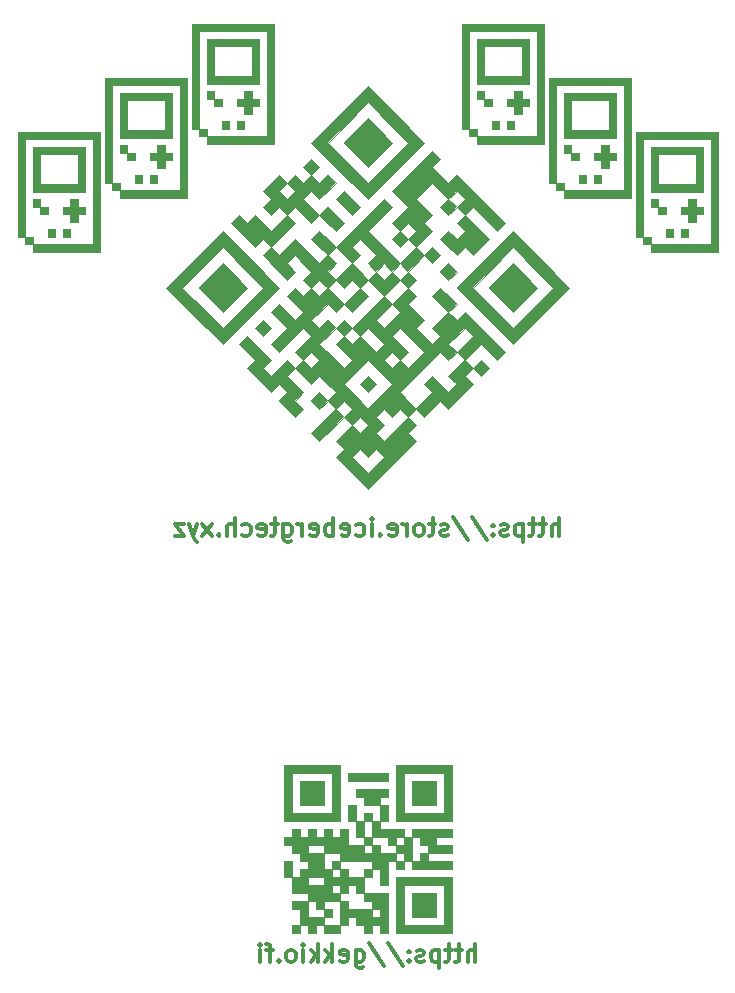
<source format=gbo>
G04 #@! TF.GenerationSoftware,KiCad,Pcbnew,(5.1.12)-1*
G04 #@! TF.CreationDate,2023-01-12T22:36:03-08:00*
G04 #@! TF.ProjectId,GB-BRK-CART,47422d42-524b-42d4-9341-52542e6b6963,v1.0*
G04 #@! TF.SameCoordinates,Original*
G04 #@! TF.FileFunction,Legend,Bot*
G04 #@! TF.FilePolarity,Positive*
%FSLAX46Y46*%
G04 Gerber Fmt 4.6, Leading zero omitted, Abs format (unit mm)*
G04 Created by KiCad (PCBNEW (5.1.12)-1) date 2023-01-12 22:36:03*
%MOMM*%
%LPD*%
G01*
G04 APERTURE LIST*
%ADD10C,0.300000*%
%ADD11C,0.010000*%
%ADD12C,2.000000*%
%ADD13C,2.300000*%
%ADD14C,7.200000*%
G04 APERTURE END LIST*
D10*
X116544285Y-43350571D02*
X116544285Y-41850571D01*
X115901428Y-43350571D02*
X115901428Y-42564857D01*
X115972857Y-42422000D01*
X116115714Y-42350571D01*
X116330000Y-42350571D01*
X116472857Y-42422000D01*
X116544285Y-42493428D01*
X115401428Y-42350571D02*
X114830000Y-42350571D01*
X115187142Y-41850571D02*
X115187142Y-43136285D01*
X115115714Y-43279142D01*
X114972857Y-43350571D01*
X114830000Y-43350571D01*
X114544285Y-42350571D02*
X113972857Y-42350571D01*
X114330000Y-41850571D02*
X114330000Y-43136285D01*
X114258571Y-43279142D01*
X114115714Y-43350571D01*
X113972857Y-43350571D01*
X113472857Y-42350571D02*
X113472857Y-43850571D01*
X113472857Y-42422000D02*
X113330000Y-42350571D01*
X113044285Y-42350571D01*
X112901428Y-42422000D01*
X112830000Y-42493428D01*
X112758571Y-42636285D01*
X112758571Y-43064857D01*
X112830000Y-43207714D01*
X112901428Y-43279142D01*
X113044285Y-43350571D01*
X113330000Y-43350571D01*
X113472857Y-43279142D01*
X112187142Y-43279142D02*
X112044285Y-43350571D01*
X111758571Y-43350571D01*
X111615714Y-43279142D01*
X111544285Y-43136285D01*
X111544285Y-43064857D01*
X111615714Y-42922000D01*
X111758571Y-42850571D01*
X111972857Y-42850571D01*
X112115714Y-42779142D01*
X112187142Y-42636285D01*
X112187142Y-42564857D01*
X112115714Y-42422000D01*
X111972857Y-42350571D01*
X111758571Y-42350571D01*
X111615714Y-42422000D01*
X110901428Y-43207714D02*
X110830000Y-43279142D01*
X110901428Y-43350571D01*
X110972857Y-43279142D01*
X110901428Y-43207714D01*
X110901428Y-43350571D01*
X110901428Y-42422000D02*
X110830000Y-42493428D01*
X110901428Y-42564857D01*
X110972857Y-42493428D01*
X110901428Y-42422000D01*
X110901428Y-42564857D01*
X109115714Y-41779142D02*
X110401428Y-43707714D01*
X107544285Y-41779142D02*
X108830000Y-43707714D01*
X107115714Y-43279142D02*
X106972857Y-43350571D01*
X106687142Y-43350571D01*
X106544285Y-43279142D01*
X106472857Y-43136285D01*
X106472857Y-43064857D01*
X106544285Y-42922000D01*
X106687142Y-42850571D01*
X106901428Y-42850571D01*
X107044285Y-42779142D01*
X107115714Y-42636285D01*
X107115714Y-42564857D01*
X107044285Y-42422000D01*
X106901428Y-42350571D01*
X106687142Y-42350571D01*
X106544285Y-42422000D01*
X106044285Y-42350571D02*
X105472857Y-42350571D01*
X105830000Y-41850571D02*
X105830000Y-43136285D01*
X105758571Y-43279142D01*
X105615714Y-43350571D01*
X105472857Y-43350571D01*
X104758571Y-43350571D02*
X104901428Y-43279142D01*
X104972857Y-43207714D01*
X105044285Y-43064857D01*
X105044285Y-42636285D01*
X104972857Y-42493428D01*
X104901428Y-42422000D01*
X104758571Y-42350571D01*
X104544285Y-42350571D01*
X104401428Y-42422000D01*
X104330000Y-42493428D01*
X104258571Y-42636285D01*
X104258571Y-43064857D01*
X104330000Y-43207714D01*
X104401428Y-43279142D01*
X104544285Y-43350571D01*
X104758571Y-43350571D01*
X103615714Y-43350571D02*
X103615714Y-42350571D01*
X103615714Y-42636285D02*
X103544285Y-42493428D01*
X103472857Y-42422000D01*
X103330000Y-42350571D01*
X103187142Y-42350571D01*
X102115714Y-43279142D02*
X102258571Y-43350571D01*
X102544285Y-43350571D01*
X102687142Y-43279142D01*
X102758571Y-43136285D01*
X102758571Y-42564857D01*
X102687142Y-42422000D01*
X102544285Y-42350571D01*
X102258571Y-42350571D01*
X102115714Y-42422000D01*
X102044285Y-42564857D01*
X102044285Y-42707714D01*
X102758571Y-42850571D01*
X101401428Y-43207714D02*
X101330000Y-43279142D01*
X101401428Y-43350571D01*
X101472857Y-43279142D01*
X101401428Y-43207714D01*
X101401428Y-43350571D01*
X100687142Y-43350571D02*
X100687142Y-42350571D01*
X100687142Y-41850571D02*
X100758571Y-41922000D01*
X100687142Y-41993428D01*
X100615714Y-41922000D01*
X100687142Y-41850571D01*
X100687142Y-41993428D01*
X99330000Y-43279142D02*
X99472857Y-43350571D01*
X99758571Y-43350571D01*
X99901428Y-43279142D01*
X99972857Y-43207714D01*
X100044285Y-43064857D01*
X100044285Y-42636285D01*
X99972857Y-42493428D01*
X99901428Y-42422000D01*
X99758571Y-42350571D01*
X99472857Y-42350571D01*
X99330000Y-42422000D01*
X98115714Y-43279142D02*
X98258571Y-43350571D01*
X98544285Y-43350571D01*
X98687142Y-43279142D01*
X98758571Y-43136285D01*
X98758571Y-42564857D01*
X98687142Y-42422000D01*
X98544285Y-42350571D01*
X98258571Y-42350571D01*
X98115714Y-42422000D01*
X98044285Y-42564857D01*
X98044285Y-42707714D01*
X98758571Y-42850571D01*
X97401428Y-43350571D02*
X97401428Y-41850571D01*
X97401428Y-42422000D02*
X97258571Y-42350571D01*
X96972857Y-42350571D01*
X96830000Y-42422000D01*
X96758571Y-42493428D01*
X96687142Y-42636285D01*
X96687142Y-43064857D01*
X96758571Y-43207714D01*
X96830000Y-43279142D01*
X96972857Y-43350571D01*
X97258571Y-43350571D01*
X97401428Y-43279142D01*
X95472857Y-43279142D02*
X95615714Y-43350571D01*
X95901428Y-43350571D01*
X96044285Y-43279142D01*
X96115714Y-43136285D01*
X96115714Y-42564857D01*
X96044285Y-42422000D01*
X95901428Y-42350571D01*
X95615714Y-42350571D01*
X95472857Y-42422000D01*
X95401428Y-42564857D01*
X95401428Y-42707714D01*
X96115714Y-42850571D01*
X94758571Y-43350571D02*
X94758571Y-42350571D01*
X94758571Y-42636285D02*
X94687142Y-42493428D01*
X94615714Y-42422000D01*
X94472857Y-42350571D01*
X94330000Y-42350571D01*
X93187142Y-42350571D02*
X93187142Y-43564857D01*
X93258571Y-43707714D01*
X93330000Y-43779142D01*
X93472857Y-43850571D01*
X93687142Y-43850571D01*
X93830000Y-43779142D01*
X93187142Y-43279142D02*
X93330000Y-43350571D01*
X93615714Y-43350571D01*
X93758571Y-43279142D01*
X93830000Y-43207714D01*
X93901428Y-43064857D01*
X93901428Y-42636285D01*
X93830000Y-42493428D01*
X93758571Y-42422000D01*
X93615714Y-42350571D01*
X93330000Y-42350571D01*
X93187142Y-42422000D01*
X92687142Y-42350571D02*
X92115714Y-42350571D01*
X92472857Y-41850571D02*
X92472857Y-43136285D01*
X92401428Y-43279142D01*
X92258571Y-43350571D01*
X92115714Y-43350571D01*
X91044285Y-43279142D02*
X91187142Y-43350571D01*
X91472857Y-43350571D01*
X91615714Y-43279142D01*
X91687142Y-43136285D01*
X91687142Y-42564857D01*
X91615714Y-42422000D01*
X91472857Y-42350571D01*
X91187142Y-42350571D01*
X91044285Y-42422000D01*
X90972857Y-42564857D01*
X90972857Y-42707714D01*
X91687142Y-42850571D01*
X89687142Y-43279142D02*
X89830000Y-43350571D01*
X90115714Y-43350571D01*
X90258571Y-43279142D01*
X90330000Y-43207714D01*
X90401428Y-43064857D01*
X90401428Y-42636285D01*
X90330000Y-42493428D01*
X90258571Y-42422000D01*
X90115714Y-42350571D01*
X89830000Y-42350571D01*
X89687142Y-42422000D01*
X89044285Y-43350571D02*
X89044285Y-41850571D01*
X88401428Y-43350571D02*
X88401428Y-42564857D01*
X88472857Y-42422000D01*
X88615714Y-42350571D01*
X88830000Y-42350571D01*
X88972857Y-42422000D01*
X89044285Y-42493428D01*
X87687142Y-43207714D02*
X87615714Y-43279142D01*
X87687142Y-43350571D01*
X87758571Y-43279142D01*
X87687142Y-43207714D01*
X87687142Y-43350571D01*
X87115714Y-43350571D02*
X86330000Y-42350571D01*
X87115714Y-42350571D02*
X86330000Y-43350571D01*
X85901428Y-42350571D02*
X85544285Y-43350571D01*
X85187142Y-42350571D02*
X85544285Y-43350571D01*
X85687142Y-43707714D01*
X85758571Y-43779142D01*
X85901428Y-43850571D01*
X84758571Y-42350571D02*
X83972857Y-42350571D01*
X84758571Y-43350571D01*
X83972857Y-43350571D01*
X109437142Y-79418571D02*
X109437142Y-77918571D01*
X108794285Y-79418571D02*
X108794285Y-78632857D01*
X108865714Y-78490000D01*
X109008571Y-78418571D01*
X109222857Y-78418571D01*
X109365714Y-78490000D01*
X109437142Y-78561428D01*
X108294285Y-78418571D02*
X107722857Y-78418571D01*
X108080000Y-77918571D02*
X108080000Y-79204285D01*
X108008571Y-79347142D01*
X107865714Y-79418571D01*
X107722857Y-79418571D01*
X107437142Y-78418571D02*
X106865714Y-78418571D01*
X107222857Y-77918571D02*
X107222857Y-79204285D01*
X107151428Y-79347142D01*
X107008571Y-79418571D01*
X106865714Y-79418571D01*
X106365714Y-78418571D02*
X106365714Y-79918571D01*
X106365714Y-78490000D02*
X106222857Y-78418571D01*
X105937142Y-78418571D01*
X105794285Y-78490000D01*
X105722857Y-78561428D01*
X105651428Y-78704285D01*
X105651428Y-79132857D01*
X105722857Y-79275714D01*
X105794285Y-79347142D01*
X105937142Y-79418571D01*
X106222857Y-79418571D01*
X106365714Y-79347142D01*
X105080000Y-79347142D02*
X104937142Y-79418571D01*
X104651428Y-79418571D01*
X104508571Y-79347142D01*
X104437142Y-79204285D01*
X104437142Y-79132857D01*
X104508571Y-78990000D01*
X104651428Y-78918571D01*
X104865714Y-78918571D01*
X105008571Y-78847142D01*
X105080000Y-78704285D01*
X105080000Y-78632857D01*
X105008571Y-78490000D01*
X104865714Y-78418571D01*
X104651428Y-78418571D01*
X104508571Y-78490000D01*
X103794285Y-79275714D02*
X103722857Y-79347142D01*
X103794285Y-79418571D01*
X103865714Y-79347142D01*
X103794285Y-79275714D01*
X103794285Y-79418571D01*
X103794285Y-78490000D02*
X103722857Y-78561428D01*
X103794285Y-78632857D01*
X103865714Y-78561428D01*
X103794285Y-78490000D01*
X103794285Y-78632857D01*
X102008571Y-77847142D02*
X103294285Y-79775714D01*
X100437142Y-77847142D02*
X101722857Y-79775714D01*
X99294285Y-78418571D02*
X99294285Y-79632857D01*
X99365714Y-79775714D01*
X99437142Y-79847142D01*
X99580000Y-79918571D01*
X99794285Y-79918571D01*
X99937142Y-79847142D01*
X99294285Y-79347142D02*
X99437142Y-79418571D01*
X99722857Y-79418571D01*
X99865714Y-79347142D01*
X99937142Y-79275714D01*
X100008571Y-79132857D01*
X100008571Y-78704285D01*
X99937142Y-78561428D01*
X99865714Y-78490000D01*
X99722857Y-78418571D01*
X99437142Y-78418571D01*
X99294285Y-78490000D01*
X98008571Y-79347142D02*
X98151428Y-79418571D01*
X98437142Y-79418571D01*
X98580000Y-79347142D01*
X98651428Y-79204285D01*
X98651428Y-78632857D01*
X98580000Y-78490000D01*
X98437142Y-78418571D01*
X98151428Y-78418571D01*
X98008571Y-78490000D01*
X97937142Y-78632857D01*
X97937142Y-78775714D01*
X98651428Y-78918571D01*
X97294285Y-79418571D02*
X97294285Y-77918571D01*
X97151428Y-78847142D02*
X96722857Y-79418571D01*
X96722857Y-78418571D02*
X97294285Y-78990000D01*
X96080000Y-79418571D02*
X96080000Y-77918571D01*
X95937142Y-78847142D02*
X95508571Y-79418571D01*
X95508571Y-78418571D02*
X96080000Y-78990000D01*
X94865714Y-79418571D02*
X94865714Y-78418571D01*
X94865714Y-77918571D02*
X94937142Y-77990000D01*
X94865714Y-78061428D01*
X94794285Y-77990000D01*
X94865714Y-77918571D01*
X94865714Y-78061428D01*
X93937142Y-79418571D02*
X94080000Y-79347142D01*
X94151428Y-79275714D01*
X94222857Y-79132857D01*
X94222857Y-78704285D01*
X94151428Y-78561428D01*
X94080000Y-78490000D01*
X93937142Y-78418571D01*
X93722857Y-78418571D01*
X93580000Y-78490000D01*
X93508571Y-78561428D01*
X93437142Y-78704285D01*
X93437142Y-79132857D01*
X93508571Y-79275714D01*
X93580000Y-79347142D01*
X93722857Y-79418571D01*
X93937142Y-79418571D01*
X92794285Y-79275714D02*
X92722857Y-79347142D01*
X92794285Y-79418571D01*
X92865714Y-79347142D01*
X92794285Y-79275714D01*
X92794285Y-79418571D01*
X92294285Y-78418571D02*
X91722857Y-78418571D01*
X92080000Y-79418571D02*
X92080000Y-78132857D01*
X92008571Y-77990000D01*
X91865714Y-77918571D01*
X91722857Y-77918571D01*
X91222857Y-79418571D02*
X91222857Y-78418571D01*
X91222857Y-77918571D02*
X91294285Y-77990000D01*
X91222857Y-78061428D01*
X91151428Y-77990000D01*
X91222857Y-77918571D01*
X91222857Y-78061428D01*
D11*
G36*
X78041500Y-13462000D02*
G01*
X78676500Y-13462000D01*
X78676500Y-14097000D01*
X79311500Y-14097000D01*
X79311500Y-14732000D01*
X85026500Y-14732000D01*
X85026500Y-5207000D01*
X84391500Y-5207000D01*
X84391500Y-14097000D01*
X79311500Y-14097000D01*
X79311500Y-13462000D01*
X78676500Y-13462000D01*
X78676500Y-5207000D01*
X84391500Y-5207000D01*
X85026500Y-5207000D01*
X85026500Y-4572000D01*
X78041500Y-4572000D01*
X78041500Y-13462000D01*
G37*
X78041500Y-13462000D02*
X78676500Y-13462000D01*
X78676500Y-14097000D01*
X79311500Y-14097000D01*
X79311500Y-14732000D01*
X85026500Y-14732000D01*
X85026500Y-5207000D01*
X84391500Y-5207000D01*
X84391500Y-14097000D01*
X79311500Y-14097000D01*
X79311500Y-13462000D01*
X78676500Y-13462000D01*
X78676500Y-5207000D01*
X84391500Y-5207000D01*
X85026500Y-5207000D01*
X85026500Y-4572000D01*
X78041500Y-4572000D01*
X78041500Y-13462000D01*
G36*
X81851500Y-13462000D02*
G01*
X82486500Y-13462000D01*
X82486500Y-12827000D01*
X81851500Y-12827000D01*
X81851500Y-13462000D01*
G37*
X81851500Y-13462000D02*
X82486500Y-13462000D01*
X82486500Y-12827000D01*
X81851500Y-12827000D01*
X81851500Y-13462000D01*
G36*
X80581500Y-13462000D02*
G01*
X81216500Y-13462000D01*
X81216500Y-12827000D01*
X80581500Y-12827000D01*
X80581500Y-13462000D01*
G37*
X80581500Y-13462000D02*
X81216500Y-13462000D01*
X81216500Y-12827000D01*
X80581500Y-12827000D01*
X80581500Y-13462000D01*
G36*
X82486500Y-10922000D02*
G01*
X81851500Y-10922000D01*
X81851500Y-11557000D01*
X82486500Y-11557000D01*
X82486500Y-12192000D01*
X83121500Y-12192000D01*
X83121500Y-11557000D01*
X83756500Y-11557000D01*
X83756500Y-10922000D01*
X83121500Y-10922000D01*
X83121500Y-10287000D01*
X82486500Y-10287000D01*
X82486500Y-10922000D01*
G37*
X82486500Y-10922000D02*
X81851500Y-10922000D01*
X81851500Y-11557000D01*
X82486500Y-11557000D01*
X82486500Y-12192000D01*
X83121500Y-12192000D01*
X83121500Y-11557000D01*
X83756500Y-11557000D01*
X83756500Y-10922000D01*
X83121500Y-10922000D01*
X83121500Y-10287000D01*
X82486500Y-10287000D01*
X82486500Y-10922000D01*
G36*
X79946500Y-11557000D02*
G01*
X80581500Y-11557000D01*
X80581500Y-10922000D01*
X79946500Y-10922000D01*
X79946500Y-11557000D01*
G37*
X79946500Y-11557000D02*
X80581500Y-11557000D01*
X80581500Y-10922000D01*
X79946500Y-10922000D01*
X79946500Y-11557000D01*
G36*
X79311500Y-10922000D02*
G01*
X79946500Y-10922000D01*
X79946500Y-10287000D01*
X79311500Y-10287000D01*
X79311500Y-10922000D01*
G37*
X79311500Y-10922000D02*
X79946500Y-10922000D01*
X79946500Y-10287000D01*
X79311500Y-10287000D01*
X79311500Y-10922000D01*
G36*
X79311500Y-9652000D02*
G01*
X83756500Y-9652000D01*
X83756500Y-6477000D01*
X83121500Y-6477000D01*
X83121500Y-9017000D01*
X79946500Y-9017000D01*
X79946500Y-6477000D01*
X83121500Y-6477000D01*
X83756500Y-6477000D01*
X83756500Y-5842000D01*
X79311500Y-5842000D01*
X79311500Y-9652000D01*
G37*
X79311500Y-9652000D02*
X83756500Y-9652000D01*
X83756500Y-6477000D01*
X83121500Y-6477000D01*
X83121500Y-9017000D01*
X79946500Y-9017000D01*
X79946500Y-6477000D01*
X83121500Y-6477000D01*
X83756500Y-6477000D01*
X83756500Y-5842000D01*
X79311500Y-5842000D01*
X79311500Y-9652000D01*
G36*
X85407500Y-8890000D02*
G01*
X86042500Y-8890000D01*
X86042500Y-9525000D01*
X86677500Y-9525000D01*
X86677500Y-10160000D01*
X92392500Y-10160000D01*
X92392500Y-635000D01*
X91757500Y-635000D01*
X91757500Y-9525000D01*
X86677500Y-9525000D01*
X86677500Y-8890000D01*
X86042500Y-8890000D01*
X86042500Y-635000D01*
X91757500Y-635000D01*
X92392500Y-635000D01*
X92392500Y0D01*
X85407500Y0D01*
X85407500Y-8890000D01*
G37*
X85407500Y-8890000D02*
X86042500Y-8890000D01*
X86042500Y-9525000D01*
X86677500Y-9525000D01*
X86677500Y-10160000D01*
X92392500Y-10160000D01*
X92392500Y-635000D01*
X91757500Y-635000D01*
X91757500Y-9525000D01*
X86677500Y-9525000D01*
X86677500Y-8890000D01*
X86042500Y-8890000D01*
X86042500Y-635000D01*
X91757500Y-635000D01*
X92392500Y-635000D01*
X92392500Y0D01*
X85407500Y0D01*
X85407500Y-8890000D01*
G36*
X89217500Y-8890000D02*
G01*
X89852500Y-8890000D01*
X89852500Y-8255000D01*
X89217500Y-8255000D01*
X89217500Y-8890000D01*
G37*
X89217500Y-8890000D02*
X89852500Y-8890000D01*
X89852500Y-8255000D01*
X89217500Y-8255000D01*
X89217500Y-8890000D01*
G36*
X87947500Y-8890000D02*
G01*
X88582500Y-8890000D01*
X88582500Y-8255000D01*
X87947500Y-8255000D01*
X87947500Y-8890000D01*
G37*
X87947500Y-8890000D02*
X88582500Y-8890000D01*
X88582500Y-8255000D01*
X87947500Y-8255000D01*
X87947500Y-8890000D01*
G36*
X89852500Y-6350000D02*
G01*
X89217500Y-6350000D01*
X89217500Y-6985000D01*
X89852500Y-6985000D01*
X89852500Y-7620000D01*
X90487500Y-7620000D01*
X90487500Y-6985000D01*
X91122500Y-6985000D01*
X91122500Y-6350000D01*
X90487500Y-6350000D01*
X90487500Y-5715000D01*
X89852500Y-5715000D01*
X89852500Y-6350000D01*
G37*
X89852500Y-6350000D02*
X89217500Y-6350000D01*
X89217500Y-6985000D01*
X89852500Y-6985000D01*
X89852500Y-7620000D01*
X90487500Y-7620000D01*
X90487500Y-6985000D01*
X91122500Y-6985000D01*
X91122500Y-6350000D01*
X90487500Y-6350000D01*
X90487500Y-5715000D01*
X89852500Y-5715000D01*
X89852500Y-6350000D01*
G36*
X87312500Y-6985000D02*
G01*
X87947500Y-6985000D01*
X87947500Y-6350000D01*
X87312500Y-6350000D01*
X87312500Y-6985000D01*
G37*
X87312500Y-6985000D02*
X87947500Y-6985000D01*
X87947500Y-6350000D01*
X87312500Y-6350000D01*
X87312500Y-6985000D01*
G36*
X86677500Y-6350000D02*
G01*
X87312500Y-6350000D01*
X87312500Y-5715000D01*
X86677500Y-5715000D01*
X86677500Y-6350000D01*
G37*
X86677500Y-6350000D02*
X87312500Y-6350000D01*
X87312500Y-5715000D01*
X86677500Y-5715000D01*
X86677500Y-6350000D01*
G36*
X86677500Y-5080000D02*
G01*
X91122500Y-5080000D01*
X91122500Y-1905000D01*
X90487500Y-1905000D01*
X90487500Y-4445000D01*
X87312500Y-4445000D01*
X87312500Y-1905000D01*
X90487500Y-1905000D01*
X91122500Y-1905000D01*
X91122500Y-1270000D01*
X86677500Y-1270000D01*
X86677500Y-5080000D01*
G37*
X86677500Y-5080000D02*
X91122500Y-5080000D01*
X91122500Y-1905000D01*
X90487500Y-1905000D01*
X90487500Y-4445000D01*
X87312500Y-4445000D01*
X87312500Y-1905000D01*
X90487500Y-1905000D01*
X91122500Y-1905000D01*
X91122500Y-1270000D01*
X86677500Y-1270000D01*
X86677500Y-5080000D01*
G36*
X70675500Y-18034000D02*
G01*
X71310500Y-18034000D01*
X71310500Y-18669000D01*
X71945500Y-18669000D01*
X71945500Y-19304000D01*
X77660500Y-19304000D01*
X77660500Y-9779000D01*
X77025500Y-9779000D01*
X77025500Y-18669000D01*
X71945500Y-18669000D01*
X71945500Y-18034000D01*
X71310500Y-18034000D01*
X71310500Y-9779000D01*
X77025500Y-9779000D01*
X77660500Y-9779000D01*
X77660500Y-9144000D01*
X70675500Y-9144000D01*
X70675500Y-18034000D01*
G37*
X70675500Y-18034000D02*
X71310500Y-18034000D01*
X71310500Y-18669000D01*
X71945500Y-18669000D01*
X71945500Y-19304000D01*
X77660500Y-19304000D01*
X77660500Y-9779000D01*
X77025500Y-9779000D01*
X77025500Y-18669000D01*
X71945500Y-18669000D01*
X71945500Y-18034000D01*
X71310500Y-18034000D01*
X71310500Y-9779000D01*
X77025500Y-9779000D01*
X77660500Y-9779000D01*
X77660500Y-9144000D01*
X70675500Y-9144000D01*
X70675500Y-18034000D01*
G36*
X74485500Y-18034000D02*
G01*
X75120500Y-18034000D01*
X75120500Y-17399000D01*
X74485500Y-17399000D01*
X74485500Y-18034000D01*
G37*
X74485500Y-18034000D02*
X75120500Y-18034000D01*
X75120500Y-17399000D01*
X74485500Y-17399000D01*
X74485500Y-18034000D01*
G36*
X73215500Y-18034000D02*
G01*
X73850500Y-18034000D01*
X73850500Y-17399000D01*
X73215500Y-17399000D01*
X73215500Y-18034000D01*
G37*
X73215500Y-18034000D02*
X73850500Y-18034000D01*
X73850500Y-17399000D01*
X73215500Y-17399000D01*
X73215500Y-18034000D01*
G36*
X75120500Y-15494000D02*
G01*
X74485500Y-15494000D01*
X74485500Y-16129000D01*
X75120500Y-16129000D01*
X75120500Y-16764000D01*
X75755500Y-16764000D01*
X75755500Y-16129000D01*
X76390500Y-16129000D01*
X76390500Y-15494000D01*
X75755500Y-15494000D01*
X75755500Y-14859000D01*
X75120500Y-14859000D01*
X75120500Y-15494000D01*
G37*
X75120500Y-15494000D02*
X74485500Y-15494000D01*
X74485500Y-16129000D01*
X75120500Y-16129000D01*
X75120500Y-16764000D01*
X75755500Y-16764000D01*
X75755500Y-16129000D01*
X76390500Y-16129000D01*
X76390500Y-15494000D01*
X75755500Y-15494000D01*
X75755500Y-14859000D01*
X75120500Y-14859000D01*
X75120500Y-15494000D01*
G36*
X72580500Y-16129000D02*
G01*
X73215500Y-16129000D01*
X73215500Y-15494000D01*
X72580500Y-15494000D01*
X72580500Y-16129000D01*
G37*
X72580500Y-16129000D02*
X73215500Y-16129000D01*
X73215500Y-15494000D01*
X72580500Y-15494000D01*
X72580500Y-16129000D01*
G36*
X71945500Y-15494000D02*
G01*
X72580500Y-15494000D01*
X72580500Y-14859000D01*
X71945500Y-14859000D01*
X71945500Y-15494000D01*
G37*
X71945500Y-15494000D02*
X72580500Y-15494000D01*
X72580500Y-14859000D01*
X71945500Y-14859000D01*
X71945500Y-15494000D01*
G36*
X71945500Y-14224000D02*
G01*
X76390500Y-14224000D01*
X76390500Y-11049000D01*
X75755500Y-11049000D01*
X75755500Y-13589000D01*
X72580500Y-13589000D01*
X72580500Y-11049000D01*
X75755500Y-11049000D01*
X76390500Y-11049000D01*
X76390500Y-10414000D01*
X71945500Y-10414000D01*
X71945500Y-14224000D01*
G37*
X71945500Y-14224000D02*
X76390500Y-14224000D01*
X76390500Y-11049000D01*
X75755500Y-11049000D01*
X75755500Y-13589000D01*
X72580500Y-13589000D01*
X72580500Y-11049000D01*
X75755500Y-11049000D01*
X76390500Y-11049000D01*
X76390500Y-10414000D01*
X71945500Y-10414000D01*
X71945500Y-14224000D01*
G36*
X122999500Y-18034000D02*
G01*
X123634500Y-18034000D01*
X123634500Y-18669000D01*
X124269500Y-18669000D01*
X124269500Y-19304000D01*
X129984500Y-19304000D01*
X129984500Y-9779000D01*
X129349500Y-9779000D01*
X129349500Y-18669000D01*
X124269500Y-18669000D01*
X124269500Y-18034000D01*
X123634500Y-18034000D01*
X123634500Y-9779000D01*
X129349500Y-9779000D01*
X129984500Y-9779000D01*
X129984500Y-9144000D01*
X122999500Y-9144000D01*
X122999500Y-18034000D01*
G37*
X122999500Y-18034000D02*
X123634500Y-18034000D01*
X123634500Y-18669000D01*
X124269500Y-18669000D01*
X124269500Y-19304000D01*
X129984500Y-19304000D01*
X129984500Y-9779000D01*
X129349500Y-9779000D01*
X129349500Y-18669000D01*
X124269500Y-18669000D01*
X124269500Y-18034000D01*
X123634500Y-18034000D01*
X123634500Y-9779000D01*
X129349500Y-9779000D01*
X129984500Y-9779000D01*
X129984500Y-9144000D01*
X122999500Y-9144000D01*
X122999500Y-18034000D01*
G36*
X126809500Y-18034000D02*
G01*
X127444500Y-18034000D01*
X127444500Y-17399000D01*
X126809500Y-17399000D01*
X126809500Y-18034000D01*
G37*
X126809500Y-18034000D02*
X127444500Y-18034000D01*
X127444500Y-17399000D01*
X126809500Y-17399000D01*
X126809500Y-18034000D01*
G36*
X125539500Y-18034000D02*
G01*
X126174500Y-18034000D01*
X126174500Y-17399000D01*
X125539500Y-17399000D01*
X125539500Y-18034000D01*
G37*
X125539500Y-18034000D02*
X126174500Y-18034000D01*
X126174500Y-17399000D01*
X125539500Y-17399000D01*
X125539500Y-18034000D01*
G36*
X127444500Y-15494000D02*
G01*
X126809500Y-15494000D01*
X126809500Y-16129000D01*
X127444500Y-16129000D01*
X127444500Y-16764000D01*
X128079500Y-16764000D01*
X128079500Y-16129000D01*
X128714500Y-16129000D01*
X128714500Y-15494000D01*
X128079500Y-15494000D01*
X128079500Y-14859000D01*
X127444500Y-14859000D01*
X127444500Y-15494000D01*
G37*
X127444500Y-15494000D02*
X126809500Y-15494000D01*
X126809500Y-16129000D01*
X127444500Y-16129000D01*
X127444500Y-16764000D01*
X128079500Y-16764000D01*
X128079500Y-16129000D01*
X128714500Y-16129000D01*
X128714500Y-15494000D01*
X128079500Y-15494000D01*
X128079500Y-14859000D01*
X127444500Y-14859000D01*
X127444500Y-15494000D01*
G36*
X124904500Y-16129000D02*
G01*
X125539500Y-16129000D01*
X125539500Y-15494000D01*
X124904500Y-15494000D01*
X124904500Y-16129000D01*
G37*
X124904500Y-16129000D02*
X125539500Y-16129000D01*
X125539500Y-15494000D01*
X124904500Y-15494000D01*
X124904500Y-16129000D01*
G36*
X124269500Y-15494000D02*
G01*
X124904500Y-15494000D01*
X124904500Y-14859000D01*
X124269500Y-14859000D01*
X124269500Y-15494000D01*
G37*
X124269500Y-15494000D02*
X124904500Y-15494000D01*
X124904500Y-14859000D01*
X124269500Y-14859000D01*
X124269500Y-15494000D01*
G36*
X124269500Y-14224000D02*
G01*
X128714500Y-14224000D01*
X128714500Y-11049000D01*
X128079500Y-11049000D01*
X128079500Y-13589000D01*
X124904500Y-13589000D01*
X124904500Y-11049000D01*
X128079500Y-11049000D01*
X128714500Y-11049000D01*
X128714500Y-10414000D01*
X124269500Y-10414000D01*
X124269500Y-14224000D01*
G37*
X124269500Y-14224000D02*
X128714500Y-14224000D01*
X128714500Y-11049000D01*
X128079500Y-11049000D01*
X128079500Y-13589000D01*
X124904500Y-13589000D01*
X124904500Y-11049000D01*
X128079500Y-11049000D01*
X128714500Y-11049000D01*
X128714500Y-10414000D01*
X124269500Y-10414000D01*
X124269500Y-14224000D01*
G36*
X115633500Y-13462000D02*
G01*
X116268500Y-13462000D01*
X116268500Y-14097000D01*
X116903500Y-14097000D01*
X116903500Y-14732000D01*
X122618500Y-14732000D01*
X122618500Y-5207000D01*
X121983500Y-5207000D01*
X121983500Y-14097000D01*
X116903500Y-14097000D01*
X116903500Y-13462000D01*
X116268500Y-13462000D01*
X116268500Y-5207000D01*
X121983500Y-5207000D01*
X122618500Y-5207000D01*
X122618500Y-4572000D01*
X115633500Y-4572000D01*
X115633500Y-13462000D01*
G37*
X115633500Y-13462000D02*
X116268500Y-13462000D01*
X116268500Y-14097000D01*
X116903500Y-14097000D01*
X116903500Y-14732000D01*
X122618500Y-14732000D01*
X122618500Y-5207000D01*
X121983500Y-5207000D01*
X121983500Y-14097000D01*
X116903500Y-14097000D01*
X116903500Y-13462000D01*
X116268500Y-13462000D01*
X116268500Y-5207000D01*
X121983500Y-5207000D01*
X122618500Y-5207000D01*
X122618500Y-4572000D01*
X115633500Y-4572000D01*
X115633500Y-13462000D01*
G36*
X119443500Y-13462000D02*
G01*
X120078500Y-13462000D01*
X120078500Y-12827000D01*
X119443500Y-12827000D01*
X119443500Y-13462000D01*
G37*
X119443500Y-13462000D02*
X120078500Y-13462000D01*
X120078500Y-12827000D01*
X119443500Y-12827000D01*
X119443500Y-13462000D01*
G36*
X118173500Y-13462000D02*
G01*
X118808500Y-13462000D01*
X118808500Y-12827000D01*
X118173500Y-12827000D01*
X118173500Y-13462000D01*
G37*
X118173500Y-13462000D02*
X118808500Y-13462000D01*
X118808500Y-12827000D01*
X118173500Y-12827000D01*
X118173500Y-13462000D01*
G36*
X120078500Y-10922000D02*
G01*
X119443500Y-10922000D01*
X119443500Y-11557000D01*
X120078500Y-11557000D01*
X120078500Y-12192000D01*
X120713500Y-12192000D01*
X120713500Y-11557000D01*
X121348500Y-11557000D01*
X121348500Y-10922000D01*
X120713500Y-10922000D01*
X120713500Y-10287000D01*
X120078500Y-10287000D01*
X120078500Y-10922000D01*
G37*
X120078500Y-10922000D02*
X119443500Y-10922000D01*
X119443500Y-11557000D01*
X120078500Y-11557000D01*
X120078500Y-12192000D01*
X120713500Y-12192000D01*
X120713500Y-11557000D01*
X121348500Y-11557000D01*
X121348500Y-10922000D01*
X120713500Y-10922000D01*
X120713500Y-10287000D01*
X120078500Y-10287000D01*
X120078500Y-10922000D01*
G36*
X117538500Y-11557000D02*
G01*
X118173500Y-11557000D01*
X118173500Y-10922000D01*
X117538500Y-10922000D01*
X117538500Y-11557000D01*
G37*
X117538500Y-11557000D02*
X118173500Y-11557000D01*
X118173500Y-10922000D01*
X117538500Y-10922000D01*
X117538500Y-11557000D01*
G36*
X116903500Y-10922000D02*
G01*
X117538500Y-10922000D01*
X117538500Y-10287000D01*
X116903500Y-10287000D01*
X116903500Y-10922000D01*
G37*
X116903500Y-10922000D02*
X117538500Y-10922000D01*
X117538500Y-10287000D01*
X116903500Y-10287000D01*
X116903500Y-10922000D01*
G36*
X116903500Y-9652000D02*
G01*
X121348500Y-9652000D01*
X121348500Y-6477000D01*
X120713500Y-6477000D01*
X120713500Y-9017000D01*
X117538500Y-9017000D01*
X117538500Y-6477000D01*
X120713500Y-6477000D01*
X121348500Y-6477000D01*
X121348500Y-5842000D01*
X116903500Y-5842000D01*
X116903500Y-9652000D01*
G37*
X116903500Y-9652000D02*
X121348500Y-9652000D01*
X121348500Y-6477000D01*
X120713500Y-6477000D01*
X120713500Y-9017000D01*
X117538500Y-9017000D01*
X117538500Y-6477000D01*
X120713500Y-6477000D01*
X121348500Y-6477000D01*
X121348500Y-5842000D01*
X116903500Y-5842000D01*
X116903500Y-9652000D01*
G36*
X108267500Y-8890000D02*
G01*
X108902500Y-8890000D01*
X108902500Y-9525000D01*
X109537500Y-9525000D01*
X109537500Y-10160000D01*
X115252500Y-10160000D01*
X115252500Y-635000D01*
X114617500Y-635000D01*
X114617500Y-9525000D01*
X109537500Y-9525000D01*
X109537500Y-8890000D01*
X108902500Y-8890000D01*
X108902500Y-635000D01*
X114617500Y-635000D01*
X115252500Y-635000D01*
X115252500Y0D01*
X108267500Y0D01*
X108267500Y-8890000D01*
G37*
X108267500Y-8890000D02*
X108902500Y-8890000D01*
X108902500Y-9525000D01*
X109537500Y-9525000D01*
X109537500Y-10160000D01*
X115252500Y-10160000D01*
X115252500Y-635000D01*
X114617500Y-635000D01*
X114617500Y-9525000D01*
X109537500Y-9525000D01*
X109537500Y-8890000D01*
X108902500Y-8890000D01*
X108902500Y-635000D01*
X114617500Y-635000D01*
X115252500Y-635000D01*
X115252500Y0D01*
X108267500Y0D01*
X108267500Y-8890000D01*
G36*
X112077500Y-8890000D02*
G01*
X112712500Y-8890000D01*
X112712500Y-8255000D01*
X112077500Y-8255000D01*
X112077500Y-8890000D01*
G37*
X112077500Y-8890000D02*
X112712500Y-8890000D01*
X112712500Y-8255000D01*
X112077500Y-8255000D01*
X112077500Y-8890000D01*
G36*
X110807500Y-8890000D02*
G01*
X111442500Y-8890000D01*
X111442500Y-8255000D01*
X110807500Y-8255000D01*
X110807500Y-8890000D01*
G37*
X110807500Y-8890000D02*
X111442500Y-8890000D01*
X111442500Y-8255000D01*
X110807500Y-8255000D01*
X110807500Y-8890000D01*
G36*
X112712500Y-6350000D02*
G01*
X112077500Y-6350000D01*
X112077500Y-6985000D01*
X112712500Y-6985000D01*
X112712500Y-7620000D01*
X113347500Y-7620000D01*
X113347500Y-6985000D01*
X113982500Y-6985000D01*
X113982500Y-6350000D01*
X113347500Y-6350000D01*
X113347500Y-5715000D01*
X112712500Y-5715000D01*
X112712500Y-6350000D01*
G37*
X112712500Y-6350000D02*
X112077500Y-6350000D01*
X112077500Y-6985000D01*
X112712500Y-6985000D01*
X112712500Y-7620000D01*
X113347500Y-7620000D01*
X113347500Y-6985000D01*
X113982500Y-6985000D01*
X113982500Y-6350000D01*
X113347500Y-6350000D01*
X113347500Y-5715000D01*
X112712500Y-5715000D01*
X112712500Y-6350000D01*
G36*
X110172500Y-6985000D02*
G01*
X110807500Y-6985000D01*
X110807500Y-6350000D01*
X110172500Y-6350000D01*
X110172500Y-6985000D01*
G37*
X110172500Y-6985000D02*
X110807500Y-6985000D01*
X110807500Y-6350000D01*
X110172500Y-6350000D01*
X110172500Y-6985000D01*
G36*
X109537500Y-6350000D02*
G01*
X110172500Y-6350000D01*
X110172500Y-5715000D01*
X109537500Y-5715000D01*
X109537500Y-6350000D01*
G37*
X109537500Y-6350000D02*
X110172500Y-6350000D01*
X110172500Y-5715000D01*
X109537500Y-5715000D01*
X109537500Y-6350000D01*
G36*
X109537500Y-5080000D02*
G01*
X113982500Y-5080000D01*
X113982500Y-1905000D01*
X113347500Y-1905000D01*
X113347500Y-4445000D01*
X110172500Y-4445000D01*
X110172500Y-1905000D01*
X113347500Y-1905000D01*
X113982500Y-1905000D01*
X113982500Y-1270000D01*
X109537500Y-1270000D01*
X109537500Y-5080000D01*
G37*
X109537500Y-5080000D02*
X113982500Y-5080000D01*
X113982500Y-1905000D01*
X113347500Y-1905000D01*
X113347500Y-4445000D01*
X110172500Y-4445000D01*
X110172500Y-1905000D01*
X113347500Y-1905000D01*
X113982500Y-1905000D01*
X113982500Y-1270000D01*
X109537500Y-1270000D01*
X109537500Y-5080000D01*
G36*
X112614990Y-27129496D02*
G01*
X117392487Y-22352000D01*
X113297490Y-18257003D01*
X112614990Y-18939503D01*
X116027488Y-22352000D01*
X112614990Y-25764497D01*
X109202493Y-22352000D01*
X112614990Y-18939503D01*
X113297490Y-18257003D01*
X112614990Y-17574504D01*
X107837494Y-22352000D01*
X112614990Y-27129496D01*
G37*
X112614990Y-27129496D02*
X117392487Y-22352000D01*
X113297490Y-18257003D01*
X112614990Y-18939503D01*
X116027488Y-22352000D01*
X112614990Y-25764497D01*
X109202493Y-22352000D01*
X112614990Y-18939503D01*
X113297490Y-18257003D01*
X112614990Y-17574504D01*
X107837494Y-22352000D01*
X112614990Y-27129496D01*
G36*
X96235003Y-35319490D02*
G01*
X98282502Y-33271991D01*
X97600002Y-32589492D01*
X95552504Y-34636990D01*
X96235003Y-35319490D01*
G37*
X96235003Y-35319490D02*
X98282502Y-33271991D01*
X97600002Y-32589492D01*
X95552504Y-34636990D01*
X96235003Y-35319490D01*
G36*
X107154995Y-24399498D02*
G01*
X107837494Y-23716999D01*
X106472495Y-22352000D01*
X105789996Y-23034499D01*
X107154995Y-24399498D01*
G37*
X107154995Y-24399498D02*
X107837494Y-23716999D01*
X106472495Y-22352000D01*
X105789996Y-23034499D01*
X107154995Y-24399498D01*
G36*
X96235003Y-32589492D02*
G01*
X96917503Y-31906993D01*
X96235003Y-31224493D01*
X95552504Y-31906993D01*
X96235003Y-32589492D01*
G37*
X96235003Y-32589492D02*
X96917503Y-31906993D01*
X96235003Y-31224493D01*
X95552504Y-31906993D01*
X96235003Y-32589492D01*
G36*
X108519994Y-17574504D02*
G01*
X107837494Y-18257003D01*
X107154995Y-17574504D01*
X106472495Y-18257003D01*
X107837494Y-19622002D01*
X108519994Y-18939503D01*
X109202493Y-19622002D01*
X110567492Y-18257003D01*
X108519994Y-16209505D01*
X107837494Y-16892004D01*
X108519994Y-17574504D01*
G37*
X108519994Y-17574504D02*
X107837494Y-18257003D01*
X107154995Y-17574504D01*
X106472495Y-18257003D01*
X107837494Y-19622002D01*
X108519994Y-18939503D01*
X109202493Y-19622002D01*
X110567492Y-18257003D01*
X108519994Y-16209505D01*
X107837494Y-16892004D01*
X108519994Y-17574504D01*
G36*
X90775007Y-28494495D02*
G01*
X90092508Y-29176995D01*
X92140006Y-31224493D01*
X92822506Y-30541994D01*
X93505005Y-31224493D01*
X92822506Y-31906993D01*
X94187505Y-33271991D01*
X94870004Y-32589492D01*
X94187505Y-31906993D01*
X94870004Y-31224493D01*
X93505005Y-29859494D01*
X94187505Y-29176995D01*
X93505005Y-28494495D01*
X92140006Y-29859494D01*
X91457507Y-29176995D01*
X92140006Y-28494495D01*
X90092508Y-26446997D01*
X89410009Y-27129496D01*
X90775007Y-28494495D01*
G37*
X90775007Y-28494495D02*
X90092508Y-29176995D01*
X92140006Y-31224493D01*
X92822506Y-30541994D01*
X93505005Y-31224493D01*
X92822506Y-31906993D01*
X94187505Y-33271991D01*
X94870004Y-32589492D01*
X94187505Y-31906993D01*
X94870004Y-31224493D01*
X93505005Y-29859494D01*
X94187505Y-29176995D01*
X93505005Y-28494495D01*
X92140006Y-29859494D01*
X91457507Y-29176995D01*
X92140006Y-28494495D01*
X90092508Y-26446997D01*
X89410009Y-27129496D01*
X90775007Y-28494495D01*
G36*
X107154995Y-16209505D02*
G01*
X107837494Y-15527005D01*
X107154995Y-14844506D01*
X106472495Y-15527005D01*
X107154995Y-16209505D01*
G37*
X107154995Y-16209505D02*
X107837494Y-15527005D01*
X107154995Y-14844506D01*
X106472495Y-15527005D01*
X107154995Y-16209505D01*
G36*
X97600002Y-17574504D02*
G01*
X98282502Y-16892004D01*
X96917503Y-15527005D01*
X96235003Y-16209505D01*
X97600002Y-17574504D01*
G37*
X97600002Y-17574504D02*
X98282502Y-16892004D01*
X96917503Y-15527005D01*
X96235003Y-16209505D01*
X97600002Y-17574504D01*
G36*
X92140006Y-14844506D02*
G01*
X91457507Y-15527005D01*
X92140006Y-16209505D01*
X92822506Y-15527005D01*
X93505005Y-16209505D01*
X94187505Y-15527005D01*
X95552504Y-16892004D01*
X96235003Y-16209505D01*
X94870004Y-14844506D01*
X95552504Y-14162006D01*
X96235003Y-14844506D01*
X97600002Y-13479507D01*
X96917503Y-12797007D01*
X96235003Y-13479507D01*
X95552504Y-12797007D01*
X94870004Y-13479507D01*
X94187505Y-12797007D01*
X93505005Y-13479507D01*
X94187505Y-14162006D01*
X93505005Y-14844506D01*
X92822506Y-14162006D01*
X93505005Y-13479507D01*
X92822506Y-12797007D01*
X91457507Y-14162006D01*
X92140006Y-14844506D01*
G37*
X92140006Y-14844506D02*
X91457507Y-15527005D01*
X92140006Y-16209505D01*
X92822506Y-15527005D01*
X93505005Y-16209505D01*
X94187505Y-15527005D01*
X95552504Y-16892004D01*
X96235003Y-16209505D01*
X94870004Y-14844506D01*
X95552504Y-14162006D01*
X96235003Y-14844506D01*
X97600002Y-13479507D01*
X96917503Y-12797007D01*
X96235003Y-13479507D01*
X95552504Y-12797007D01*
X94870004Y-13479507D01*
X94187505Y-12797007D01*
X93505005Y-13479507D01*
X94187505Y-14162006D01*
X93505005Y-14844506D01*
X92822506Y-14162006D01*
X93505005Y-13479507D01*
X92822506Y-12797007D01*
X91457507Y-14162006D01*
X92140006Y-14844506D01*
G36*
X90775007Y-18939503D02*
G01*
X91457507Y-18257003D01*
X92140006Y-18939503D01*
X94187505Y-16892004D01*
X93505005Y-16209505D01*
X92140006Y-17574504D01*
X90775007Y-16209505D01*
X90092508Y-16892004D01*
X89410009Y-16209505D01*
X88727509Y-16892004D01*
X90775007Y-18939503D01*
G37*
X90775007Y-18939503D02*
X91457507Y-18257003D01*
X92140006Y-18939503D01*
X94187505Y-16892004D01*
X93505005Y-16209505D01*
X92140006Y-17574504D01*
X90775007Y-16209505D01*
X90092508Y-16892004D01*
X89410009Y-16209505D01*
X88727509Y-16892004D01*
X90775007Y-18939503D01*
G36*
X95552504Y-12797007D02*
G01*
X96235003Y-12114508D01*
X95552504Y-11432009D01*
X94870004Y-12114508D01*
X95552504Y-12797007D01*
G37*
X95552504Y-12797007D02*
X96235003Y-12114508D01*
X95552504Y-11432009D01*
X94870004Y-12114508D01*
X95552504Y-12797007D01*
G36*
X105789996Y-20304502D02*
G01*
X106472495Y-19622002D01*
X105789996Y-18939503D01*
X105107496Y-19622002D01*
X105789996Y-20304502D01*
G37*
X105789996Y-20304502D02*
X106472495Y-19622002D01*
X105789996Y-18939503D01*
X105107496Y-19622002D01*
X105789996Y-20304502D01*
G36*
X102377498Y-18257003D02*
G01*
X103059998Y-18939503D01*
X103742497Y-18257003D01*
X104424997Y-18939503D01*
X105789996Y-17574504D01*
X105107496Y-16892004D01*
X105789996Y-16209505D01*
X105107496Y-15527005D01*
X103742497Y-16892004D01*
X104424997Y-17574504D01*
X103742497Y-18257003D01*
X103059998Y-17574504D01*
X103742497Y-16892004D01*
X105107496Y-15527005D01*
X104424997Y-14844506D01*
X105789996Y-13479507D01*
X107154995Y-14844506D01*
X107837494Y-14162006D01*
X108519994Y-14844506D01*
X107837494Y-15527005D01*
X108519994Y-16209505D01*
X109202493Y-15527005D01*
X111249991Y-17574504D01*
X111932491Y-16892004D01*
X107837494Y-12797007D01*
X107154995Y-13479507D01*
X105789996Y-12114508D01*
X106472495Y-11432009D01*
X105789996Y-10749509D01*
X102377498Y-14162006D01*
X103742497Y-15527005D01*
X102377498Y-16892004D01*
X103059998Y-17574504D01*
X102377498Y-18257003D01*
G37*
X102377498Y-18257003D02*
X103059998Y-18939503D01*
X103742497Y-18257003D01*
X104424997Y-18939503D01*
X105789996Y-17574504D01*
X105107496Y-16892004D01*
X105789996Y-16209505D01*
X105107496Y-15527005D01*
X103742497Y-16892004D01*
X104424997Y-17574504D01*
X103742497Y-18257003D01*
X103059998Y-17574504D01*
X103742497Y-16892004D01*
X105107496Y-15527005D01*
X104424997Y-14844506D01*
X105789996Y-13479507D01*
X107154995Y-14844506D01*
X107837494Y-14162006D01*
X108519994Y-14844506D01*
X107837494Y-15527005D01*
X108519994Y-16209505D01*
X109202493Y-15527005D01*
X111249991Y-17574504D01*
X111932491Y-16892004D01*
X107837494Y-12797007D01*
X107154995Y-13479507D01*
X105789996Y-12114508D01*
X106472495Y-11432009D01*
X105789996Y-10749509D01*
X102377498Y-14162006D01*
X103742497Y-15527005D01*
X102377498Y-16892004D01*
X103059998Y-17574504D01*
X102377498Y-18257003D01*
G36*
X109884993Y-29859494D02*
G01*
X110567492Y-29176995D01*
X109884993Y-28494495D01*
X109202493Y-29176995D01*
X109884993Y-29859494D01*
G37*
X109884993Y-29859494D02*
X110567492Y-29176995D01*
X109884993Y-28494495D01*
X109202493Y-29176995D01*
X109884993Y-29859494D01*
G36*
X97600002Y-35319490D02*
G01*
X98282502Y-36001989D01*
X97600002Y-36684489D01*
X100330000Y-39414487D01*
X104424997Y-35319490D01*
X103742497Y-34636990D01*
X104424997Y-33954491D01*
X103742497Y-33271991D01*
X104424997Y-32589492D01*
X105107496Y-33271991D01*
X106472495Y-31906993D01*
X107154995Y-32589492D01*
X109202493Y-30541994D01*
X108519994Y-29859494D01*
X109202493Y-29176995D01*
X108519994Y-28494495D01*
X109884993Y-27129496D01*
X111249991Y-28494495D01*
X111932491Y-27811996D01*
X109202493Y-25081998D01*
X108519994Y-25764497D01*
X109202493Y-26446997D01*
X107837494Y-27811996D01*
X108519994Y-28494495D01*
X107154995Y-29859494D01*
X107837494Y-30541994D01*
X107154995Y-31224493D01*
X105789996Y-29859494D01*
X105107496Y-30541994D01*
X105789996Y-31224493D01*
X104424997Y-32589492D01*
X103742497Y-31906993D01*
X103059998Y-32589492D01*
X103742497Y-33271991D01*
X101694999Y-35319490D01*
X101012499Y-36001989D01*
X101694999Y-36684489D01*
X100330000Y-38049488D01*
X98965001Y-36684489D01*
X99647501Y-36001989D01*
X100330000Y-36684489D01*
X101012499Y-36001989D01*
X101694999Y-35319490D01*
X101012499Y-34636990D01*
X101694999Y-33954491D01*
X101012499Y-33271991D01*
X101694999Y-32589492D01*
X102377498Y-33271991D01*
X103059998Y-32589492D01*
X103742497Y-31906993D01*
X103059998Y-31224493D01*
X106472495Y-27811996D01*
X107154995Y-28494495D01*
X107837494Y-27811996D01*
X107154995Y-27129496D01*
X108519994Y-25764497D01*
X109202493Y-25081998D01*
X108519994Y-24399498D01*
X107837494Y-25081998D01*
X107154995Y-24399498D01*
X105789996Y-25764497D01*
X106472495Y-26446997D01*
X105789996Y-27129496D01*
X104424997Y-25764497D01*
X105107496Y-25081998D01*
X104424997Y-24399498D01*
X103059998Y-25764497D01*
X105107496Y-27811996D01*
X103742497Y-29176995D01*
X103059998Y-28494495D01*
X103742497Y-27811996D01*
X103059998Y-27129496D01*
X102377498Y-27811996D01*
X103059998Y-28494495D01*
X102377498Y-29176995D01*
X101694999Y-28494495D01*
X102377498Y-27811996D01*
X103059998Y-27129496D01*
X102377498Y-26446997D01*
X103059998Y-25764497D01*
X104424997Y-24399498D01*
X103742497Y-23716999D01*
X104424997Y-23034499D01*
X103742497Y-22352000D01*
X104424997Y-21669501D01*
X103742497Y-20987001D01*
X105107496Y-19622002D01*
X104424997Y-18939503D01*
X103059998Y-20304502D01*
X103742497Y-20987001D01*
X103059998Y-21669501D01*
X103742497Y-22352000D01*
X102377498Y-23716999D01*
X103059998Y-24399498D01*
X101694999Y-25764497D01*
X101012499Y-25081998D01*
X100330000Y-25764497D01*
X101694999Y-27129496D01*
X101012499Y-27811996D01*
X100330000Y-28494495D01*
X102377498Y-30541994D01*
X100330000Y-32589492D01*
X99647501Y-33271991D01*
X100330000Y-33954491D01*
X99647501Y-34636990D01*
X98965001Y-33954491D01*
X99647501Y-33271991D01*
X100330000Y-32589492D01*
X98282502Y-30541994D01*
X100330000Y-28494495D01*
X101012499Y-27811996D01*
X99647501Y-26446997D01*
X100330000Y-25764497D01*
X101012499Y-25081998D01*
X102377498Y-23716999D01*
X101694999Y-23034499D01*
X98965001Y-25764497D01*
X99647501Y-26446997D01*
X98965001Y-27129496D01*
X98282502Y-26446997D01*
X97600002Y-27129496D01*
X98965001Y-28494495D01*
X98282502Y-29176995D01*
X96235003Y-27129496D01*
X95552504Y-27811996D01*
X96235003Y-28494495D01*
X95552504Y-29176995D01*
X94870004Y-28494495D01*
X95552504Y-27811996D01*
X96235003Y-27129496D01*
X97600002Y-25764497D01*
X96917503Y-25081998D01*
X96235003Y-25764497D01*
X95552504Y-25081998D01*
X96917503Y-23716999D01*
X97600002Y-24399498D01*
X98282502Y-23716999D01*
X96917503Y-22352000D01*
X97600002Y-21669501D01*
X96917503Y-20987001D01*
X96235003Y-21669501D01*
X96917503Y-22352000D01*
X96235003Y-23034499D01*
X95552504Y-22352000D01*
X96235003Y-21669501D01*
X96917503Y-20987001D01*
X97600002Y-20304502D01*
X96917503Y-19622002D01*
X97600002Y-18939503D01*
X98965001Y-20304502D01*
X99647501Y-19622002D01*
X98965001Y-18939503D01*
X99647501Y-18257003D01*
X101012499Y-19622002D01*
X100330000Y-20304502D01*
X101012499Y-20987001D01*
X101694999Y-20304502D01*
X102377498Y-20987001D01*
X103059998Y-20304502D01*
X100330000Y-17574504D01*
X102377498Y-15527005D01*
X101694999Y-14844506D01*
X97600002Y-18939503D01*
X96235003Y-17574504D01*
X95552504Y-18257003D01*
X96917503Y-19622002D01*
X96235003Y-20304502D01*
X94187505Y-18257003D01*
X92822506Y-19622002D01*
X92140006Y-18939503D01*
X91457507Y-19622002D01*
X93505005Y-21669501D01*
X94187505Y-20987001D01*
X93505005Y-20304502D01*
X94187505Y-19622002D01*
X95552504Y-20987001D01*
X94870004Y-21669501D01*
X95552504Y-22352000D01*
X94870004Y-23034499D01*
X94187505Y-22352000D01*
X93505005Y-23034499D01*
X94870004Y-24399498D01*
X94187505Y-25081998D01*
X92822506Y-23716999D01*
X92140006Y-24399498D01*
X93505005Y-25764497D01*
X92140006Y-27129496D01*
X92822506Y-27811996D01*
X94870004Y-25764497D01*
X95552504Y-26446997D01*
X94187505Y-27811996D01*
X94870004Y-28494495D01*
X94187505Y-29176995D01*
X95552504Y-30541994D01*
X96235003Y-29859494D01*
X97600002Y-31224493D01*
X96917503Y-31906993D01*
X97600002Y-32589492D01*
X98282502Y-31906993D01*
X98965001Y-32589492D01*
X98282502Y-33271991D01*
X98965001Y-33954491D01*
X97600002Y-35319490D01*
G37*
X97600002Y-35319490D02*
X98282502Y-36001989D01*
X97600002Y-36684489D01*
X100330000Y-39414487D01*
X104424997Y-35319490D01*
X103742497Y-34636990D01*
X104424997Y-33954491D01*
X103742497Y-33271991D01*
X104424997Y-32589492D01*
X105107496Y-33271991D01*
X106472495Y-31906993D01*
X107154995Y-32589492D01*
X109202493Y-30541994D01*
X108519994Y-29859494D01*
X109202493Y-29176995D01*
X108519994Y-28494495D01*
X109884993Y-27129496D01*
X111249991Y-28494495D01*
X111932491Y-27811996D01*
X109202493Y-25081998D01*
X108519994Y-25764497D01*
X109202493Y-26446997D01*
X107837494Y-27811996D01*
X108519994Y-28494495D01*
X107154995Y-29859494D01*
X107837494Y-30541994D01*
X107154995Y-31224493D01*
X105789996Y-29859494D01*
X105107496Y-30541994D01*
X105789996Y-31224493D01*
X104424997Y-32589492D01*
X103742497Y-31906993D01*
X103059998Y-32589492D01*
X103742497Y-33271991D01*
X101694999Y-35319490D01*
X101012499Y-36001989D01*
X101694999Y-36684489D01*
X100330000Y-38049488D01*
X98965001Y-36684489D01*
X99647501Y-36001989D01*
X100330000Y-36684489D01*
X101012499Y-36001989D01*
X101694999Y-35319490D01*
X101012499Y-34636990D01*
X101694999Y-33954491D01*
X101012499Y-33271991D01*
X101694999Y-32589492D01*
X102377498Y-33271991D01*
X103059998Y-32589492D01*
X103742497Y-31906993D01*
X103059998Y-31224493D01*
X106472495Y-27811996D01*
X107154995Y-28494495D01*
X107837494Y-27811996D01*
X107154995Y-27129496D01*
X108519994Y-25764497D01*
X109202493Y-25081998D01*
X108519994Y-24399498D01*
X107837494Y-25081998D01*
X107154995Y-24399498D01*
X105789996Y-25764497D01*
X106472495Y-26446997D01*
X105789996Y-27129496D01*
X104424997Y-25764497D01*
X105107496Y-25081998D01*
X104424997Y-24399498D01*
X103059998Y-25764497D01*
X105107496Y-27811996D01*
X103742497Y-29176995D01*
X103059998Y-28494495D01*
X103742497Y-27811996D01*
X103059998Y-27129496D01*
X102377498Y-27811996D01*
X103059998Y-28494495D01*
X102377498Y-29176995D01*
X101694999Y-28494495D01*
X102377498Y-27811996D01*
X103059998Y-27129496D01*
X102377498Y-26446997D01*
X103059998Y-25764497D01*
X104424997Y-24399498D01*
X103742497Y-23716999D01*
X104424997Y-23034499D01*
X103742497Y-22352000D01*
X104424997Y-21669501D01*
X103742497Y-20987001D01*
X105107496Y-19622002D01*
X104424997Y-18939503D01*
X103059998Y-20304502D01*
X103742497Y-20987001D01*
X103059998Y-21669501D01*
X103742497Y-22352000D01*
X102377498Y-23716999D01*
X103059998Y-24399498D01*
X101694999Y-25764497D01*
X101012499Y-25081998D01*
X100330000Y-25764497D01*
X101694999Y-27129496D01*
X101012499Y-27811996D01*
X100330000Y-28494495D01*
X102377498Y-30541994D01*
X100330000Y-32589492D01*
X99647501Y-33271991D01*
X100330000Y-33954491D01*
X99647501Y-34636990D01*
X98965001Y-33954491D01*
X99647501Y-33271991D01*
X100330000Y-32589492D01*
X98282502Y-30541994D01*
X100330000Y-28494495D01*
X101012499Y-27811996D01*
X99647501Y-26446997D01*
X100330000Y-25764497D01*
X101012499Y-25081998D01*
X102377498Y-23716999D01*
X101694999Y-23034499D01*
X98965001Y-25764497D01*
X99647501Y-26446997D01*
X98965001Y-27129496D01*
X98282502Y-26446997D01*
X97600002Y-27129496D01*
X98965001Y-28494495D01*
X98282502Y-29176995D01*
X96235003Y-27129496D01*
X95552504Y-27811996D01*
X96235003Y-28494495D01*
X95552504Y-29176995D01*
X94870004Y-28494495D01*
X95552504Y-27811996D01*
X96235003Y-27129496D01*
X97600002Y-25764497D01*
X96917503Y-25081998D01*
X96235003Y-25764497D01*
X95552504Y-25081998D01*
X96917503Y-23716999D01*
X97600002Y-24399498D01*
X98282502Y-23716999D01*
X96917503Y-22352000D01*
X97600002Y-21669501D01*
X96917503Y-20987001D01*
X96235003Y-21669501D01*
X96917503Y-22352000D01*
X96235003Y-23034499D01*
X95552504Y-22352000D01*
X96235003Y-21669501D01*
X96917503Y-20987001D01*
X97600002Y-20304502D01*
X96917503Y-19622002D01*
X97600002Y-18939503D01*
X98965001Y-20304502D01*
X99647501Y-19622002D01*
X98965001Y-18939503D01*
X99647501Y-18257003D01*
X101012499Y-19622002D01*
X100330000Y-20304502D01*
X101012499Y-20987001D01*
X101694999Y-20304502D01*
X102377498Y-20987001D01*
X103059998Y-20304502D01*
X100330000Y-17574504D01*
X102377498Y-15527005D01*
X101694999Y-14844506D01*
X97600002Y-18939503D01*
X96235003Y-17574504D01*
X95552504Y-18257003D01*
X96917503Y-19622002D01*
X96235003Y-20304502D01*
X94187505Y-18257003D01*
X92822506Y-19622002D01*
X92140006Y-18939503D01*
X91457507Y-19622002D01*
X93505005Y-21669501D01*
X94187505Y-20987001D01*
X93505005Y-20304502D01*
X94187505Y-19622002D01*
X95552504Y-20987001D01*
X94870004Y-21669501D01*
X95552504Y-22352000D01*
X94870004Y-23034499D01*
X94187505Y-22352000D01*
X93505005Y-23034499D01*
X94870004Y-24399498D01*
X94187505Y-25081998D01*
X92822506Y-23716999D01*
X92140006Y-24399498D01*
X93505005Y-25764497D01*
X92140006Y-27129496D01*
X92822506Y-27811996D01*
X94870004Y-25764497D01*
X95552504Y-26446997D01*
X94187505Y-27811996D01*
X94870004Y-28494495D01*
X94187505Y-29176995D01*
X95552504Y-30541994D01*
X96235003Y-29859494D01*
X97600002Y-31224493D01*
X96917503Y-31906993D01*
X97600002Y-32589492D01*
X98282502Y-31906993D01*
X98965001Y-32589492D01*
X98282502Y-33271991D01*
X98965001Y-33954491D01*
X97600002Y-35319490D01*
G36*
X107154995Y-21669501D02*
G01*
X107837494Y-20987001D01*
X107154995Y-20304502D01*
X106472495Y-20987001D01*
X107154995Y-21669501D01*
G37*
X107154995Y-21669501D02*
X107837494Y-20987001D01*
X107154995Y-20304502D01*
X106472495Y-20987001D01*
X107154995Y-21669501D01*
G36*
X91457507Y-26446997D02*
G01*
X92140006Y-25764497D01*
X91457507Y-25081998D01*
X90775007Y-25764497D01*
X91457507Y-26446997D01*
G37*
X91457507Y-26446997D02*
X92140006Y-25764497D01*
X91457507Y-25081998D01*
X90775007Y-25764497D01*
X91457507Y-26446997D01*
G36*
X100330000Y-14844506D02*
G01*
X105107496Y-10067010D01*
X101012499Y-5972013D01*
X100330000Y-6654512D01*
X103742497Y-10067010D01*
X100330000Y-13479507D01*
X96917503Y-10067010D01*
X100330000Y-6654512D01*
X101012499Y-5972013D01*
X100330000Y-5289513D01*
X95552504Y-10067010D01*
X100330000Y-14844506D01*
G37*
X100330000Y-14844506D02*
X105107496Y-10067010D01*
X101012499Y-5972013D01*
X100330000Y-6654512D01*
X103742497Y-10067010D01*
X100330000Y-13479507D01*
X96917503Y-10067010D01*
X100330000Y-6654512D01*
X101012499Y-5972013D01*
X100330000Y-5289513D01*
X95552504Y-10067010D01*
X100330000Y-14844506D01*
G36*
X98965001Y-16209505D02*
G01*
X99647501Y-15527005D01*
X98282502Y-14162006D01*
X97600002Y-14844506D01*
X98965001Y-16209505D01*
G37*
X98965001Y-16209505D02*
X99647501Y-15527005D01*
X98282502Y-14162006D01*
X97600002Y-14844506D01*
X98965001Y-16209505D01*
G36*
X88045010Y-27129496D02*
G01*
X92822506Y-22352000D01*
X88727509Y-18257003D01*
X88045010Y-18939503D01*
X91457507Y-22352000D01*
X88045010Y-25764497D01*
X84632512Y-22352000D01*
X88045010Y-18939503D01*
X88727509Y-18257003D01*
X88045010Y-17574504D01*
X83267513Y-22352000D01*
X88045010Y-27129496D01*
G37*
X88045010Y-27129496D02*
X92822506Y-22352000D01*
X88727509Y-18257003D01*
X88045010Y-18939503D01*
X91457507Y-22352000D01*
X88045010Y-25764497D01*
X84632512Y-22352000D01*
X88045010Y-18939503D01*
X88727509Y-18257003D01*
X88045010Y-17574504D01*
X83267513Y-22352000D01*
X88045010Y-27129496D01*
G36*
X112614990Y-24399498D02*
G01*
X114662489Y-22352000D01*
X112614990Y-20304502D01*
X110567492Y-22352000D01*
X112614990Y-24399498D01*
G37*
X112614990Y-24399498D02*
X114662489Y-22352000D01*
X112614990Y-20304502D01*
X110567492Y-22352000D01*
X112614990Y-24399498D01*
G36*
X100330000Y-31224493D02*
G01*
X101012499Y-30541994D01*
X100330000Y-29859494D01*
X99647501Y-30541994D01*
X100330000Y-31224493D01*
G37*
X100330000Y-31224493D02*
X101012499Y-30541994D01*
X100330000Y-29859494D01*
X99647501Y-30541994D01*
X100330000Y-31224493D01*
G36*
X101694999Y-23034499D02*
G01*
X103059998Y-21669501D01*
X102377498Y-20987001D01*
X101694999Y-21669501D01*
X101012499Y-20987001D01*
X100330000Y-21669501D01*
X101694999Y-23034499D01*
G37*
X101694999Y-23034499D02*
X103059998Y-21669501D01*
X102377498Y-20987001D01*
X101694999Y-21669501D01*
X101012499Y-20987001D01*
X100330000Y-21669501D01*
X101694999Y-23034499D01*
G36*
X98965001Y-24399498D02*
G01*
X100330000Y-23034499D01*
X99647501Y-22352000D01*
X98282502Y-23716999D01*
X98965001Y-24399498D01*
G37*
X98965001Y-24399498D02*
X100330000Y-23034499D01*
X99647501Y-22352000D01*
X98282502Y-23716999D01*
X98965001Y-24399498D01*
G36*
X98282502Y-22352000D02*
G01*
X98965001Y-21669501D01*
X99647501Y-22352000D01*
X100330000Y-21669501D01*
X98965001Y-20304502D01*
X97600002Y-21669501D01*
X98282502Y-22352000D01*
G37*
X98282502Y-22352000D02*
X98965001Y-21669501D01*
X99647501Y-22352000D01*
X100330000Y-21669501D01*
X98965001Y-20304502D01*
X97600002Y-21669501D01*
X98282502Y-22352000D01*
G36*
X98282502Y-26446997D02*
G01*
X98965001Y-25764497D01*
X98282502Y-25081998D01*
X97600002Y-25764497D01*
X98282502Y-26446997D01*
G37*
X98282502Y-26446997D02*
X98965001Y-25764497D01*
X98282502Y-25081998D01*
X97600002Y-25764497D01*
X98282502Y-26446997D01*
G36*
X100330000Y-12114508D02*
G01*
X102377498Y-10067010D01*
X100330000Y-8019511D01*
X98282502Y-10067010D01*
X100330000Y-12114508D01*
G37*
X100330000Y-12114508D02*
X102377498Y-10067010D01*
X100330000Y-8019511D01*
X98282502Y-10067010D01*
X100330000Y-12114508D01*
G36*
X88045010Y-24399498D02*
G01*
X90092508Y-22352000D01*
X88045010Y-20304502D01*
X85997511Y-22352000D01*
X88045010Y-24399498D01*
G37*
X88045010Y-24399498D02*
X90092508Y-22352000D01*
X88045010Y-20304502D01*
X85997511Y-22352000D01*
X88045010Y-24399498D01*
G36*
X94572666Y-66124667D02*
G01*
X96604666Y-66124667D01*
X96604666Y-64092667D01*
X94572666Y-64092667D01*
X94572666Y-66124667D01*
G37*
X94572666Y-66124667D02*
X96604666Y-66124667D01*
X96604666Y-64092667D01*
X94572666Y-64092667D01*
X94572666Y-66124667D01*
G36*
X104055333Y-66124667D02*
G01*
X106087333Y-66124667D01*
X106087333Y-64092667D01*
X104055333Y-64092667D01*
X104055333Y-66124667D01*
G37*
X104055333Y-66124667D02*
X106087333Y-66124667D01*
X106087333Y-64092667D01*
X104055333Y-64092667D01*
X104055333Y-66124667D01*
G36*
X97282000Y-71543334D02*
G01*
X97959333Y-71543334D01*
X97959333Y-70866000D01*
X97282000Y-70866000D01*
X97282000Y-71543334D01*
G37*
X97282000Y-71543334D02*
X97959333Y-71543334D01*
X97959333Y-70866000D01*
X97282000Y-70866000D01*
X97282000Y-71543334D01*
G36*
X96604666Y-75607334D02*
G01*
X97282000Y-75607334D01*
X97282000Y-74930000D01*
X96604666Y-74930000D01*
X96604666Y-75607334D01*
G37*
X96604666Y-75607334D02*
X97282000Y-75607334D01*
X97282000Y-74930000D01*
X96604666Y-74930000D01*
X96604666Y-75607334D01*
G36*
X104055333Y-75607334D02*
G01*
X106087333Y-75607334D01*
X106087333Y-73575334D01*
X104055333Y-73575334D01*
X104055333Y-75607334D01*
G37*
X104055333Y-75607334D02*
X106087333Y-75607334D01*
X106087333Y-73575334D01*
X104055333Y-73575334D01*
X104055333Y-75607334D01*
G36*
X98636666Y-64092667D02*
G01*
X102023333Y-64092667D01*
X102023333Y-63415334D01*
X98636666Y-63415334D01*
X98636666Y-64092667D01*
G37*
X98636666Y-64092667D02*
X102023333Y-64092667D01*
X102023333Y-63415334D01*
X98636666Y-63415334D01*
X98636666Y-64092667D01*
G36*
X93218000Y-67479334D02*
G01*
X97959333Y-67479334D01*
X97959333Y-63415334D01*
X97282000Y-63415334D01*
X97282000Y-66802000D01*
X93895333Y-66802000D01*
X93895333Y-63415334D01*
X97282000Y-63415334D01*
X97959333Y-63415334D01*
X97959333Y-62738000D01*
X93218000Y-62738000D01*
X93218000Y-67479334D01*
G37*
X93218000Y-67479334D02*
X97959333Y-67479334D01*
X97959333Y-63415334D01*
X97282000Y-63415334D01*
X97282000Y-66802000D01*
X93895333Y-66802000D01*
X93895333Y-63415334D01*
X97282000Y-63415334D01*
X97959333Y-63415334D01*
X97959333Y-62738000D01*
X93218000Y-62738000D01*
X93218000Y-67479334D01*
G36*
X102700666Y-67479334D02*
G01*
X107442000Y-67479334D01*
X107442000Y-63415334D01*
X106764666Y-63415334D01*
X106764666Y-66802000D01*
X103378000Y-66802000D01*
X103378000Y-63415334D01*
X106764666Y-63415334D01*
X107442000Y-63415334D01*
X107442000Y-62738000D01*
X102700666Y-62738000D01*
X102700666Y-67479334D01*
G37*
X102700666Y-67479334D02*
X107442000Y-67479334D01*
X107442000Y-63415334D01*
X106764666Y-63415334D01*
X106764666Y-66802000D01*
X103378000Y-66802000D01*
X103378000Y-63415334D01*
X106764666Y-63415334D01*
X107442000Y-63415334D01*
X107442000Y-62738000D01*
X102700666Y-62738000D01*
X102700666Y-67479334D01*
G36*
X101346000Y-71543334D02*
G01*
X101346000Y-72898000D01*
X102023333Y-72898000D01*
X102023333Y-70866000D01*
X100668666Y-70866000D01*
X100668666Y-71543334D01*
X99991333Y-71543334D01*
X99991333Y-72220667D01*
X98636666Y-72220667D01*
X98636666Y-71543334D01*
X97959333Y-71543334D01*
X97959333Y-72220667D01*
X97282000Y-72220667D01*
X96604666Y-72220667D01*
X96604666Y-72898000D01*
X95250000Y-72898000D01*
X95250000Y-72220667D01*
X96604666Y-72220667D01*
X97282000Y-72220667D01*
X97282000Y-71543334D01*
X96604666Y-71543334D01*
X96604666Y-70188667D01*
X97959333Y-70188667D01*
X97959333Y-70866000D01*
X100668666Y-70866000D01*
X102023333Y-70866000D01*
X102700666Y-70866000D01*
X102700666Y-71543334D01*
X103378000Y-71543334D01*
X103378000Y-70866000D01*
X104055333Y-70866000D01*
X104055333Y-71543334D01*
X107442000Y-71543334D01*
X107442000Y-70866000D01*
X105410000Y-70866000D01*
X105410000Y-70188667D01*
X107442000Y-70188667D01*
X107442000Y-69511334D01*
X106087333Y-69511334D01*
X105410000Y-69511334D01*
X105410000Y-70188667D01*
X104732666Y-70188667D01*
X104732666Y-70866000D01*
X104055333Y-70866000D01*
X104055333Y-70188667D01*
X103378000Y-70188667D01*
X103378000Y-70866000D01*
X102700666Y-70866000D01*
X102700666Y-70188667D01*
X103378000Y-70188667D01*
X104055333Y-70188667D01*
X104055333Y-68834000D01*
X104732666Y-68834000D01*
X104732666Y-69511334D01*
X105410000Y-69511334D01*
X106087333Y-69511334D01*
X106087333Y-68834000D01*
X107442000Y-68834000D01*
X107442000Y-68156667D01*
X104055333Y-68156667D01*
X104055333Y-68834000D01*
X103378000Y-68834000D01*
X103378000Y-69511334D01*
X102700666Y-69511334D01*
X102700666Y-70188667D01*
X101346000Y-70188667D01*
X101346000Y-69511334D01*
X100668666Y-69511334D01*
X100668666Y-70188667D01*
X99991333Y-70188667D01*
X99991333Y-69511334D01*
X100668666Y-69511334D01*
X100668666Y-68834000D01*
X102023333Y-68834000D01*
X102023333Y-69511334D01*
X102700666Y-69511334D01*
X102700666Y-68834000D01*
X103378000Y-68834000D01*
X103378000Y-68156667D01*
X101346000Y-68156667D01*
X101346000Y-67479334D01*
X100668666Y-67479334D01*
X100668666Y-68834000D01*
X99991333Y-68834000D01*
X99991333Y-67479334D01*
X100668666Y-67479334D01*
X100668666Y-66802000D01*
X99991333Y-66802000D01*
X99991333Y-67479334D01*
X99314000Y-67479334D01*
X99314000Y-68834000D01*
X99991333Y-68834000D01*
X99991333Y-69511334D01*
X98636666Y-69511334D01*
X96604666Y-69511334D01*
X96604666Y-70188667D01*
X95250000Y-70188667D01*
X95250000Y-69511334D01*
X96604666Y-69511334D01*
X98636666Y-69511334D01*
X98636666Y-68156667D01*
X97959333Y-68156667D01*
X97959333Y-68834000D01*
X97282000Y-68834000D01*
X97282000Y-68156667D01*
X96604666Y-68156667D01*
X96604666Y-68834000D01*
X95927333Y-68834000D01*
X95927333Y-68156667D01*
X95250000Y-68156667D01*
X95250000Y-68834000D01*
X94572666Y-68834000D01*
X94572666Y-68156667D01*
X93895333Y-68156667D01*
X93895333Y-68834000D01*
X93218000Y-68834000D01*
X93218000Y-69511334D01*
X93895333Y-69511334D01*
X93895333Y-70188667D01*
X94572666Y-70188667D01*
X94572666Y-70866000D01*
X95250000Y-70866000D01*
X95250000Y-71543334D01*
X94572666Y-71543334D01*
X94572666Y-72220667D01*
X93895333Y-72220667D01*
X93895333Y-73575334D01*
X95250000Y-73575334D01*
X95250000Y-74252667D01*
X95927333Y-74252667D01*
X95927333Y-74930000D01*
X96604666Y-74930000D01*
X96604666Y-74252667D01*
X97959333Y-74252667D01*
X97959333Y-76284667D01*
X98636666Y-76284667D01*
X98636666Y-75607334D01*
X99314000Y-75607334D01*
X99314000Y-76284667D01*
X99991333Y-76284667D01*
X99991333Y-76962000D01*
X100668666Y-76962000D01*
X100668666Y-76284667D01*
X101346000Y-76284667D01*
X101346000Y-76962000D01*
X102023333Y-76962000D01*
X102023333Y-74930000D01*
X101346000Y-74930000D01*
X101346000Y-75607334D01*
X100668666Y-75607334D01*
X100668666Y-74930000D01*
X101346000Y-74930000D01*
X102023333Y-74930000D01*
X102023333Y-74252667D01*
X100668666Y-74252667D01*
X100668666Y-74930000D01*
X98636666Y-74930000D01*
X98636666Y-74252667D01*
X97959333Y-74252667D01*
X97959333Y-73575334D01*
X98636666Y-73575334D01*
X98636666Y-72898000D01*
X97959333Y-72898000D01*
X97959333Y-73575334D01*
X97282000Y-73575334D01*
X97282000Y-72898000D01*
X97959333Y-72898000D01*
X98636666Y-72898000D01*
X99314000Y-72898000D01*
X99314000Y-73575334D01*
X99991333Y-73575334D01*
X99991333Y-74252667D01*
X100668666Y-74252667D01*
X102023333Y-74252667D01*
X102023333Y-73575334D01*
X99991333Y-73575334D01*
X99991333Y-72220667D01*
X100668666Y-72220667D01*
X100668666Y-71543334D01*
X101346000Y-71543334D01*
G37*
X101346000Y-71543334D02*
X101346000Y-72898000D01*
X102023333Y-72898000D01*
X102023333Y-70866000D01*
X100668666Y-70866000D01*
X100668666Y-71543334D01*
X99991333Y-71543334D01*
X99991333Y-72220667D01*
X98636666Y-72220667D01*
X98636666Y-71543334D01*
X97959333Y-71543334D01*
X97959333Y-72220667D01*
X97282000Y-72220667D01*
X96604666Y-72220667D01*
X96604666Y-72898000D01*
X95250000Y-72898000D01*
X95250000Y-72220667D01*
X96604666Y-72220667D01*
X97282000Y-72220667D01*
X97282000Y-71543334D01*
X96604666Y-71543334D01*
X96604666Y-70188667D01*
X97959333Y-70188667D01*
X97959333Y-70866000D01*
X100668666Y-70866000D01*
X102023333Y-70866000D01*
X102700666Y-70866000D01*
X102700666Y-71543334D01*
X103378000Y-71543334D01*
X103378000Y-70866000D01*
X104055333Y-70866000D01*
X104055333Y-71543334D01*
X107442000Y-71543334D01*
X107442000Y-70866000D01*
X105410000Y-70866000D01*
X105410000Y-70188667D01*
X107442000Y-70188667D01*
X107442000Y-69511334D01*
X106087333Y-69511334D01*
X105410000Y-69511334D01*
X105410000Y-70188667D01*
X104732666Y-70188667D01*
X104732666Y-70866000D01*
X104055333Y-70866000D01*
X104055333Y-70188667D01*
X103378000Y-70188667D01*
X103378000Y-70866000D01*
X102700666Y-70866000D01*
X102700666Y-70188667D01*
X103378000Y-70188667D01*
X104055333Y-70188667D01*
X104055333Y-68834000D01*
X104732666Y-68834000D01*
X104732666Y-69511334D01*
X105410000Y-69511334D01*
X106087333Y-69511334D01*
X106087333Y-68834000D01*
X107442000Y-68834000D01*
X107442000Y-68156667D01*
X104055333Y-68156667D01*
X104055333Y-68834000D01*
X103378000Y-68834000D01*
X103378000Y-69511334D01*
X102700666Y-69511334D01*
X102700666Y-70188667D01*
X101346000Y-70188667D01*
X101346000Y-69511334D01*
X100668666Y-69511334D01*
X100668666Y-70188667D01*
X99991333Y-70188667D01*
X99991333Y-69511334D01*
X100668666Y-69511334D01*
X100668666Y-68834000D01*
X102023333Y-68834000D01*
X102023333Y-69511334D01*
X102700666Y-69511334D01*
X102700666Y-68834000D01*
X103378000Y-68834000D01*
X103378000Y-68156667D01*
X101346000Y-68156667D01*
X101346000Y-67479334D01*
X100668666Y-67479334D01*
X100668666Y-68834000D01*
X99991333Y-68834000D01*
X99991333Y-67479334D01*
X100668666Y-67479334D01*
X100668666Y-66802000D01*
X99991333Y-66802000D01*
X99991333Y-67479334D01*
X99314000Y-67479334D01*
X99314000Y-68834000D01*
X99991333Y-68834000D01*
X99991333Y-69511334D01*
X98636666Y-69511334D01*
X96604666Y-69511334D01*
X96604666Y-70188667D01*
X95250000Y-70188667D01*
X95250000Y-69511334D01*
X96604666Y-69511334D01*
X98636666Y-69511334D01*
X98636666Y-68156667D01*
X97959333Y-68156667D01*
X97959333Y-68834000D01*
X97282000Y-68834000D01*
X97282000Y-68156667D01*
X96604666Y-68156667D01*
X96604666Y-68834000D01*
X95927333Y-68834000D01*
X95927333Y-68156667D01*
X95250000Y-68156667D01*
X95250000Y-68834000D01*
X94572666Y-68834000D01*
X94572666Y-68156667D01*
X93895333Y-68156667D01*
X93895333Y-68834000D01*
X93218000Y-68834000D01*
X93218000Y-69511334D01*
X93895333Y-69511334D01*
X93895333Y-70188667D01*
X94572666Y-70188667D01*
X94572666Y-70866000D01*
X95250000Y-70866000D01*
X95250000Y-71543334D01*
X94572666Y-71543334D01*
X94572666Y-72220667D01*
X93895333Y-72220667D01*
X93895333Y-73575334D01*
X95250000Y-73575334D01*
X95250000Y-74252667D01*
X95927333Y-74252667D01*
X95927333Y-74930000D01*
X96604666Y-74930000D01*
X96604666Y-74252667D01*
X97959333Y-74252667D01*
X97959333Y-76284667D01*
X98636666Y-76284667D01*
X98636666Y-75607334D01*
X99314000Y-75607334D01*
X99314000Y-76284667D01*
X99991333Y-76284667D01*
X99991333Y-76962000D01*
X100668666Y-76962000D01*
X100668666Y-76284667D01*
X101346000Y-76284667D01*
X101346000Y-76962000D01*
X102023333Y-76962000D01*
X102023333Y-74930000D01*
X101346000Y-74930000D01*
X101346000Y-75607334D01*
X100668666Y-75607334D01*
X100668666Y-74930000D01*
X101346000Y-74930000D01*
X102023333Y-74930000D01*
X102023333Y-74252667D01*
X100668666Y-74252667D01*
X100668666Y-74930000D01*
X98636666Y-74930000D01*
X98636666Y-74252667D01*
X97959333Y-74252667D01*
X97959333Y-73575334D01*
X98636666Y-73575334D01*
X98636666Y-72898000D01*
X97959333Y-72898000D01*
X97959333Y-73575334D01*
X97282000Y-73575334D01*
X97282000Y-72898000D01*
X97959333Y-72898000D01*
X98636666Y-72898000D01*
X99314000Y-72898000D01*
X99314000Y-73575334D01*
X99991333Y-73575334D01*
X99991333Y-74252667D01*
X100668666Y-74252667D01*
X102023333Y-74252667D01*
X102023333Y-73575334D01*
X99991333Y-73575334D01*
X99991333Y-72220667D01*
X100668666Y-72220667D01*
X100668666Y-71543334D01*
X101346000Y-71543334D01*
G36*
X96604666Y-76962000D02*
G01*
X97959333Y-76962000D01*
X97959333Y-76284667D01*
X96604666Y-76284667D01*
X96604666Y-76962000D01*
G37*
X96604666Y-76962000D02*
X97959333Y-76962000D01*
X97959333Y-76284667D01*
X96604666Y-76284667D01*
X96604666Y-76962000D01*
G36*
X99314000Y-65447334D02*
G01*
X99991333Y-65447334D01*
X99991333Y-66124667D01*
X101346000Y-66124667D01*
X101346000Y-65447334D01*
X102023333Y-65447334D01*
X102023333Y-64770000D01*
X99314000Y-64770000D01*
X99314000Y-65447334D01*
G37*
X99314000Y-65447334D02*
X99991333Y-65447334D01*
X99991333Y-66124667D01*
X101346000Y-66124667D01*
X101346000Y-65447334D01*
X102023333Y-65447334D01*
X102023333Y-64770000D01*
X99314000Y-64770000D01*
X99314000Y-65447334D01*
G36*
X98636666Y-67479334D02*
G01*
X99314000Y-67479334D01*
X99314000Y-66124667D01*
X98636666Y-66124667D01*
X98636666Y-67479334D01*
G37*
X98636666Y-67479334D02*
X99314000Y-67479334D01*
X99314000Y-66124667D01*
X98636666Y-66124667D01*
X98636666Y-67479334D01*
G36*
X101346000Y-67479334D02*
G01*
X102023333Y-67479334D01*
X102023333Y-66124667D01*
X101346000Y-66124667D01*
X101346000Y-67479334D01*
G37*
X101346000Y-67479334D02*
X102023333Y-67479334D01*
X102023333Y-66124667D01*
X101346000Y-66124667D01*
X101346000Y-67479334D01*
G36*
X93218000Y-72220667D02*
G01*
X93895333Y-72220667D01*
X93895333Y-70866000D01*
X93218000Y-70866000D01*
X93218000Y-72220667D01*
G37*
X93218000Y-72220667D02*
X93895333Y-72220667D01*
X93895333Y-70866000D01*
X93218000Y-70866000D01*
X93218000Y-72220667D01*
G36*
X93895333Y-76962000D02*
G01*
X94572666Y-76962000D01*
X94572666Y-76284667D01*
X93895333Y-76284667D01*
X93895333Y-76962000D01*
G37*
X93895333Y-76962000D02*
X94572666Y-76962000D01*
X94572666Y-76284667D01*
X93895333Y-76284667D01*
X93895333Y-76962000D01*
G36*
X96604666Y-75607334D02*
G01*
X95250000Y-75607334D01*
X95250000Y-74252667D01*
X93895333Y-74252667D01*
X93895333Y-74930000D01*
X94572666Y-74930000D01*
X94572666Y-76284667D01*
X95250000Y-76284667D01*
X95250000Y-76962000D01*
X95927333Y-76962000D01*
X95927333Y-76284667D01*
X96604666Y-76284667D01*
X96604666Y-75607334D01*
G37*
X96604666Y-75607334D02*
X95250000Y-75607334D01*
X95250000Y-74252667D01*
X93895333Y-74252667D01*
X93895333Y-74930000D01*
X94572666Y-74930000D01*
X94572666Y-76284667D01*
X95250000Y-76284667D01*
X95250000Y-76962000D01*
X95927333Y-76962000D01*
X95927333Y-76284667D01*
X96604666Y-76284667D01*
X96604666Y-75607334D01*
G36*
X102700666Y-76962000D02*
G01*
X107442000Y-76962000D01*
X107442000Y-72898000D01*
X106764666Y-72898000D01*
X106764666Y-76284667D01*
X103378000Y-76284667D01*
X103378000Y-72898000D01*
X106764666Y-72898000D01*
X107442000Y-72898000D01*
X107442000Y-72220667D01*
X102700666Y-72220667D01*
X102700666Y-76962000D01*
G37*
X102700666Y-76962000D02*
X107442000Y-76962000D01*
X107442000Y-72898000D01*
X106764666Y-72898000D01*
X106764666Y-76284667D01*
X103378000Y-76284667D01*
X103378000Y-72898000D01*
X106764666Y-72898000D01*
X107442000Y-72898000D01*
X107442000Y-72220667D01*
X102700666Y-72220667D01*
X102700666Y-76962000D01*
%LPC*%
D12*
X113330000Y-15258000D03*
X87330000Y-15258000D03*
D13*
X100000000Y-59650000D03*
D14*
X100000000Y-84650000D03*
M02*

</source>
